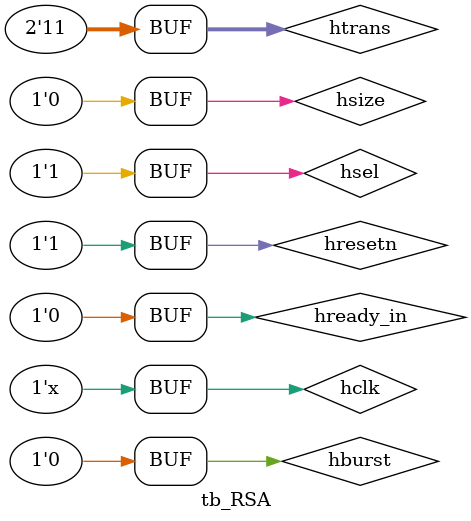
<source format=v>
`timescale 1ns/1ps

module tb_RSA(

);


reg hclk;
reg hresetn;
reg [31:0] haddr;
reg [1:0] htrans;
reg hwrite;
reg hsize;
reg hburst;
reg [31:0] hwdata;
reg hsel;
reg hready_in;
wire hready;
wire [31:0] hrdata;
wire [1:0] hresp;
wire [3:0] ahbreg0;

always begin 
    #5 hclk = ~hclk;
end

reg [31:0] i= 32'd0;
always @(posedge hclk) begin
    if(i< 5) begin
        
        haddr<= 32'h8000_0000;
        hwrite<= 1;
        hwdata<= 32'd4;
        i<= i+ 1;
    end
    else if(i== 5) begin
        haddr<= 32'h8000_0001;
        hwrite<= 0;
        i<= i+ 1;
    end
    else if(i== 6) begin
        if(hrdata) begin
            haddr<= 32'h8000_0000;
            hwrite<= 0;
            i<= i+ 1;
        end
        else begin
            haddr<= 32'h8000_0000;
            hwrite<= 0;
            i<= i+ 1;
        end
    end
    else begin

    end

end

initial begin
    hclk= 0;
    hresetn= 1;
    htrans= 2'b11;
    hwrite= 0;
    hsize= 0;
    hburst= 0;
    haddr= 32'h00000000;
    hwdata= 32'h00000000;
    hsel= 1;
    hready_in= 0;
    #10
    hresetn= 0;
    #10
    hresetn= 1;

end 

ahbreg_demo dut(
    .hclk(hclk),
    .hresetn(hresetn),
    .haddr(haddr),
    .htrans(htrans),
    .hwrite(hwrite),
    .hsize(hsize),
    .hburst(hburst),
    .hwdata(hwdata),
    .hsel(hsel),
    .hready_in(hready_in),
    .hready(hready),
    .hrdata(hrdata),
    .hresp(hresp),
    .ahbreg0(ahbreg0)
);
 
GSR GSR(
    .GSRI  (1'b1)
);

endmodule
</source>
